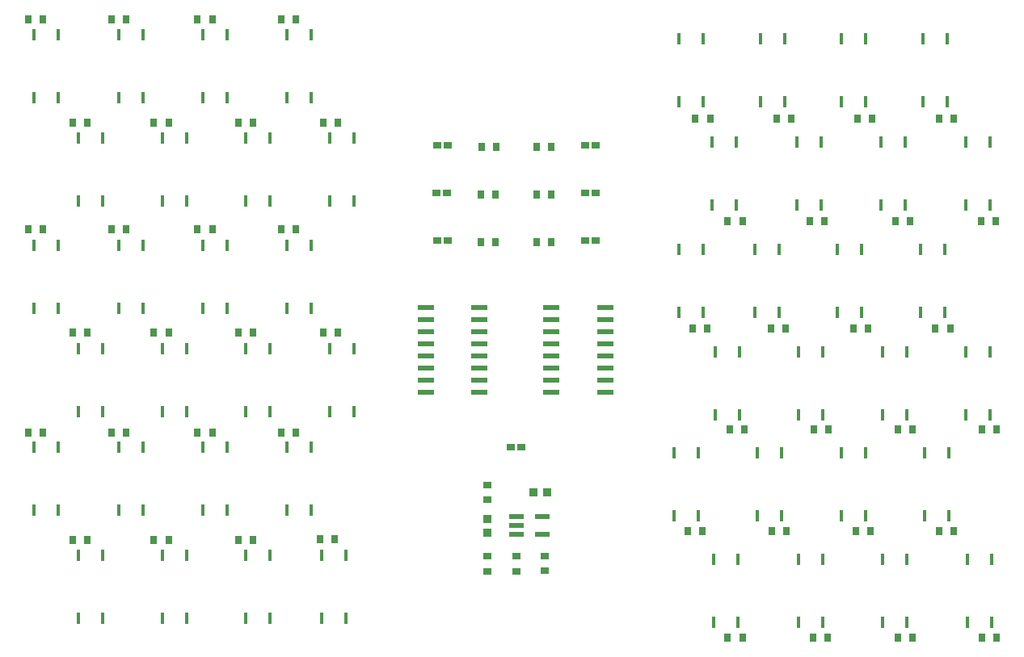
<source format=gbr>
%TF.GenerationSoftware,KiCad,Pcbnew,8.0.2*%
%TF.CreationDate,2024-05-17T15:28:22-04:00*%
%TF.ProjectId,QATCH_MUX_PCB_v1,51415443-485f-44d5-9558-5f5043425f76,rev?*%
%TF.SameCoordinates,Original*%
%TF.FileFunction,Paste,Top*%
%TF.FilePolarity,Positive*%
%FSLAX46Y46*%
G04 Gerber Fmt 4.6, Leading zero omitted, Abs format (unit mm)*
G04 Created by KiCad (PCBNEW 8.0.2) date 2024-05-17 15:28:22*
%MOMM*%
%LPD*%
G01*
G04 APERTURE LIST*
%ADD10R,0.812800X0.762000*%
%ADD11R,0.762000X0.812800*%
%ADD12R,0.457200X1.219200*%
%ADD13R,0.965200X0.762000*%
%ADD14R,0.914400X0.965200*%
%ADD15R,1.625600X0.508000*%
%ADD16R,1.663700X0.558800*%
%ADD17R,0.965200X0.914400*%
G04 APERTURE END LIST*
D10*
%TO.C,R3*%
X149500000Y-130500000D03*
X149500000Y-132049400D03*
%TD*%
%TO.C,R2*%
X155500000Y-130475300D03*
X155500000Y-132024700D03*
%TD*%
%TO.C,R1*%
X152526800Y-130500000D03*
X152526800Y-132049400D03*
%TD*%
D11*
%TO.C,R21*%
X129416700Y-74200000D03*
X127867300Y-74200000D03*
%TD*%
%TO.C,R37*%
X188250600Y-84543800D03*
X189800000Y-84543800D03*
%TD*%
%TO.C,R59*%
X201250600Y-139000000D03*
X202800000Y-139000000D03*
%TD*%
D12*
%TO.C,RY41*%
X180023100Y-98289300D03*
X177483100Y-98289300D03*
X177483100Y-104893300D03*
X180023100Y-104893300D03*
%TD*%
D11*
%TO.C,R20*%
X120646700Y-74200000D03*
X119097300Y-74200000D03*
%TD*%
D12*
%TO.C,RY12*%
X132927400Y-115270000D03*
X135467400Y-115270000D03*
X135467400Y-108666000D03*
X132927400Y-108666000D03*
%TD*%
D11*
%TO.C,R62*%
X150349400Y-92500000D03*
X148800000Y-92500000D03*
%TD*%
%TO.C,R32*%
X111642000Y-117490000D03*
X110092600Y-117490000D03*
%TD*%
D12*
%TO.C,RY33*%
X180603300Y-76209800D03*
X178063300Y-76209800D03*
X178063300Y-82813800D03*
X180603300Y-82813800D03*
%TD*%
%TO.C,RY5*%
X106672900Y-93239800D03*
X109212900Y-93239800D03*
X109212900Y-86635800D03*
X106672900Y-86635800D03*
%TD*%
D11*
%TO.C,R60*%
X183600000Y-139000000D03*
X185149400Y-139000000D03*
%TD*%
D13*
%TO.C,LED12*%
X145292200Y-97400000D03*
X144200000Y-97400000D03*
%TD*%
D11*
%TO.C,R24*%
X111642000Y-96200000D03*
X110092600Y-96200000D03*
%TD*%
D12*
%TO.C,RY16*%
X115424400Y-115270000D03*
X117964400Y-115270000D03*
X117964400Y-108666000D03*
X115424400Y-108666000D03*
%TD*%
%TO.C,RY27*%
X128515000Y-125657800D03*
X131055000Y-125657800D03*
X131055000Y-119053800D03*
X128515000Y-119053800D03*
%TD*%
%TO.C,RY50*%
X184595600Y-130783300D03*
X182055600Y-130783300D03*
X182055600Y-137387300D03*
X184595600Y-137387300D03*
%TD*%
D11*
%TO.C,R17*%
X107574600Y-85000000D03*
X106025200Y-85000000D03*
%TD*%
D12*
%TO.C,RY9*%
X124175900Y-93239800D03*
X126715900Y-93239800D03*
X126715900Y-86635800D03*
X124175900Y-86635800D03*
%TD*%
D11*
%TO.C,R45*%
X187800000Y-106591300D03*
X189349400Y-106591300D03*
%TD*%
D12*
%TO.C,RY7*%
X102003200Y-82400000D03*
X104543200Y-82400000D03*
X104543200Y-75796000D03*
X102003200Y-75796000D03*
%TD*%
D11*
%TO.C,R19*%
X102904900Y-74200000D03*
X101355500Y-74200000D03*
%TD*%
D12*
%TO.C,RY35*%
X175564000Y-87009800D03*
X173024000Y-87009800D03*
X173024000Y-93613800D03*
X175564000Y-93613800D03*
%TD*%
D11*
%TO.C,R30*%
X116077100Y-128730000D03*
X114527700Y-128730000D03*
%TD*%
%TO.C,R9*%
X150398800Y-87500000D03*
X148849400Y-87500000D03*
%TD*%
D12*
%TO.C,RY23*%
X102003200Y-125657800D03*
X104543200Y-125657800D03*
X104543200Y-119053800D03*
X102003200Y-119053800D03*
%TD*%
D11*
%TO.C,R54*%
X170450600Y-127800000D03*
X172000000Y-127800000D03*
%TD*%
D13*
%TO.C,LED8*%
X145292200Y-87400000D03*
X144200000Y-87400000D03*
%TD*%
D11*
%TO.C,R33*%
X107574600Y-128730000D03*
X106025200Y-128730000D03*
%TD*%
D12*
%TO.C,RY51*%
X175745800Y-130783300D03*
X173205800Y-130783300D03*
X173205800Y-137387300D03*
X175745800Y-137387300D03*
%TD*%
D11*
%TO.C,R14*%
X116077100Y-85000000D03*
X114527700Y-85000000D03*
%TD*%
D12*
%TO.C,RY31*%
X202113400Y-87009800D03*
X199573400Y-87009800D03*
X199573400Y-93613800D03*
X202113400Y-93613800D03*
%TD*%
D11*
%TO.C,R42*%
X179800000Y-84543800D03*
X181349400Y-84543800D03*
%TD*%
D12*
%TO.C,RY4*%
X132927400Y-93239800D03*
X135467400Y-93239800D03*
X135467400Y-86635800D03*
X132927400Y-86635800D03*
%TD*%
%TO.C,RY25*%
X124175900Y-137000000D03*
X126715900Y-137000000D03*
X126715900Y-130396000D03*
X124175900Y-130396000D03*
%TD*%
D13*
%TO.C,LED14*%
X151939700Y-119000000D03*
X153031900Y-119000000D03*
%TD*%
D11*
%TO.C,R40*%
X174650600Y-95343800D03*
X176200000Y-95343800D03*
%TD*%
%TO.C,R55*%
X192450600Y-139000000D03*
X194000000Y-139000000D03*
%TD*%
%TO.C,R48*%
X174850600Y-117200000D03*
X176400000Y-117200000D03*
%TD*%
D12*
%TO.C,RY14*%
X110840500Y-104468000D03*
X113380500Y-104468000D03*
X113380500Y-97864000D03*
X110840500Y-97864000D03*
%TD*%
D13*
%TO.C,LED10*%
X159707800Y-92400000D03*
X160800000Y-92400000D03*
%TD*%
D11*
%TO.C,R39*%
X192200000Y-95343800D03*
X193749400Y-95343800D03*
%TD*%
%TO.C,R58*%
X179250600Y-127800000D03*
X180800000Y-127800000D03*
%TD*%
D12*
%TO.C,RY29*%
X197670000Y-76209800D03*
X195130000Y-76209800D03*
X195130000Y-82813800D03*
X197670000Y-82813800D03*
%TD*%
%TO.C,RY49*%
X180329800Y-119585900D03*
X177789800Y-119585900D03*
X177789800Y-126189900D03*
X180329800Y-126189900D03*
%TD*%
D14*
%TO.C,C2*%
X149500000Y-128000000D03*
X149500000Y-126552200D03*
%TD*%
D13*
%TO.C,LED9*%
X159739700Y-87400000D03*
X160831900Y-87400000D03*
%TD*%
%TO.C,LED13*%
X159739700Y-97400000D03*
X160831900Y-97400000D03*
%TD*%
D12*
%TO.C,RY37*%
X197389400Y-98289300D03*
X194849400Y-98289300D03*
X194849400Y-104893300D03*
X197389400Y-104893300D03*
%TD*%
D11*
%TO.C,R56*%
X174650600Y-139000000D03*
X176200000Y-139000000D03*
%TD*%
%TO.C,R61*%
X154649400Y-87500000D03*
X156198800Y-87500000D03*
%TD*%
%TO.C,R50*%
X179200000Y-106591300D03*
X180749400Y-106591300D03*
%TD*%
%TO.C,R46*%
X170950600Y-106591300D03*
X172500000Y-106591300D03*
%TD*%
D12*
%TO.C,RY48*%
X189089600Y-119585900D03*
X186549600Y-119585900D03*
X186549600Y-126189900D03*
X189089600Y-126189900D03*
%TD*%
%TO.C,RY45*%
X197849400Y-119585900D03*
X195309400Y-119585900D03*
X195309400Y-126189900D03*
X197849400Y-126189900D03*
%TD*%
D11*
%TO.C,R38*%
X171250600Y-84543800D03*
X172800000Y-84543800D03*
%TD*%
D12*
%TO.C,RY8*%
X115424400Y-93239800D03*
X117964400Y-93239800D03*
X117964400Y-86635800D03*
X115424400Y-86635800D03*
%TD*%
D15*
%TO.C,U4*%
X152500000Y-126276099D03*
X152500000Y-127226100D03*
X152500000Y-128176101D03*
X155192400Y-128176101D03*
X155192400Y-126276099D03*
%TD*%
D12*
%TO.C,RY44*%
X171570000Y-119585900D03*
X169030000Y-119585900D03*
X169030000Y-126189900D03*
X171570000Y-126189900D03*
%TD*%
D11*
%TO.C,R35*%
X102904900Y-117490000D03*
X101355500Y-117490000D03*
%TD*%
D12*
%TO.C,RY32*%
X189136700Y-76209800D03*
X186596700Y-76209800D03*
X186596700Y-82813800D03*
X189136700Y-82813800D03*
%TD*%
D11*
%TO.C,R47*%
X192450600Y-117200000D03*
X194000000Y-117200000D03*
%TD*%
%TO.C,R28*%
X120646700Y-96200000D03*
X119097300Y-96200000D03*
%TD*%
%TO.C,R16*%
X111642000Y-74200000D03*
X110092600Y-74200000D03*
%TD*%
%TO.C,R25*%
X107574600Y-107000000D03*
X106025200Y-107000000D03*
%TD*%
%TO.C,R26*%
X124949400Y-107000000D03*
X123400000Y-107000000D03*
%TD*%
D10*
%TO.C,R66*%
X149500000Y-124549400D03*
X149500000Y-123000000D03*
%TD*%
D12*
%TO.C,RY20*%
X132098300Y-137000000D03*
X134638300Y-137000000D03*
X134638300Y-130396000D03*
X132098300Y-130396000D03*
%TD*%
D11*
%TO.C,R41*%
X196800000Y-84543800D03*
X198349400Y-84543800D03*
%TD*%
D13*
%TO.C,LED11*%
X145260300Y-92400000D03*
X144168100Y-92400000D03*
%TD*%
D11*
%TO.C,R57*%
X196800000Y-127800000D03*
X198349400Y-127800000D03*
%TD*%
%TO.C,R49*%
X196400000Y-106591300D03*
X197949400Y-106591300D03*
%TD*%
D12*
%TO.C,RY11*%
X128515000Y-82400000D03*
X131055000Y-82400000D03*
X131055000Y-75796000D03*
X128515000Y-75796000D03*
%TD*%
D11*
%TO.C,R64*%
X150349400Y-97500000D03*
X148800000Y-97500000D03*
%TD*%
D12*
%TO.C,RY19*%
X128515000Y-104468000D03*
X131055000Y-104468000D03*
X131055000Y-97864000D03*
X128515000Y-97864000D03*
%TD*%
D16*
%TO.C,U1*%
X156200050Y-104360000D03*
X156200050Y-105630000D03*
X156200050Y-106900000D03*
X156200050Y-108170000D03*
X156200050Y-109440000D03*
X156200050Y-110710000D03*
X156200050Y-111980000D03*
X156200050Y-113250000D03*
X161851550Y-113250000D03*
X161851550Y-111980000D03*
X161851550Y-110710000D03*
X161851550Y-109440000D03*
X161851550Y-108170000D03*
X161851550Y-106900000D03*
X161851550Y-105630000D03*
X161851550Y-104360000D03*
%TD*%
D11*
%TO.C,R36*%
X120646700Y-117490000D03*
X119097300Y-117490000D03*
%TD*%
%TO.C,R15*%
X133829100Y-85000000D03*
X132279700Y-85000000D03*
%TD*%
D12*
%TO.C,RY36*%
X172040000Y-98289300D03*
X169500000Y-98289300D03*
X169500000Y-104893300D03*
X172040000Y-104893300D03*
%TD*%
%TO.C,RY34*%
X184413800Y-87009800D03*
X181873800Y-87009800D03*
X181873800Y-93613800D03*
X184413800Y-93613800D03*
%TD*%
D11*
%TO.C,R22*%
X116077100Y-107000000D03*
X114527700Y-107000000D03*
%TD*%
D12*
%TO.C,RY15*%
X102003200Y-104468000D03*
X104543200Y-104468000D03*
X104543200Y-97864000D03*
X102003200Y-97864000D03*
%TD*%
D11*
%TO.C,R65*%
X154600000Y-97500000D03*
X156149400Y-97500000D03*
%TD*%
D12*
%TO.C,RY10*%
X119677700Y-82400000D03*
X122217700Y-82400000D03*
X122217700Y-75796000D03*
X119677700Y-75796000D03*
%TD*%
%TO.C,RY24*%
X115424400Y-137000000D03*
X117964400Y-137000000D03*
X117964400Y-130396000D03*
X115424400Y-130396000D03*
%TD*%
D11*
%TO.C,R43*%
X201200000Y-95343800D03*
X202749400Y-95343800D03*
%TD*%
D12*
%TO.C,RY18*%
X119677700Y-104468000D03*
X122217700Y-104468000D03*
X122217700Y-97864000D03*
X119677700Y-97864000D03*
%TD*%
D11*
%TO.C,R63*%
X154600000Y-92500000D03*
X156149400Y-92500000D03*
%TD*%
%TO.C,R31*%
X133474700Y-128700000D03*
X131925300Y-128700000D03*
%TD*%
D12*
%TO.C,RY39*%
X202143400Y-109043800D03*
X199603400Y-109043800D03*
X199603400Y-115647800D03*
X202143400Y-115647800D03*
%TD*%
%TO.C,RY46*%
X193445400Y-130783300D03*
X190905400Y-130783300D03*
X190905400Y-137387300D03*
X193445400Y-137387300D03*
%TD*%
%TO.C,RY17*%
X124175900Y-115270000D03*
X126715900Y-115270000D03*
X126715900Y-108666000D03*
X124175900Y-108666000D03*
%TD*%
D11*
%TO.C,R27*%
X102904900Y-96200000D03*
X101355500Y-96200000D03*
%TD*%
D12*
%TO.C,RY13*%
X106672900Y-115270000D03*
X109212900Y-115270000D03*
X109212900Y-108666000D03*
X106672900Y-108666000D03*
%TD*%
D11*
%TO.C,R44*%
X183250600Y-95343800D03*
X184800000Y-95343800D03*
%TD*%
D12*
%TO.C,RY22*%
X110840500Y-125657800D03*
X113380500Y-125657800D03*
X113380500Y-119053800D03*
X110840500Y-119053800D03*
%TD*%
D11*
%TO.C,R18*%
X124949400Y-85000000D03*
X123400000Y-85000000D03*
%TD*%
%TO.C,R29*%
X129416700Y-96200000D03*
X127867300Y-96200000D03*
%TD*%
D12*
%TO.C,RY42*%
X184623800Y-109043800D03*
X182083800Y-109043800D03*
X182083800Y-115647800D03*
X184623800Y-115647800D03*
%TD*%
%TO.C,RY6*%
X110840500Y-82400000D03*
X113380500Y-82400000D03*
X113380500Y-75796000D03*
X110840500Y-75796000D03*
%TD*%
%TO.C,RY43*%
X175864000Y-109043800D03*
X173324000Y-109043800D03*
X173324000Y-115647800D03*
X175864000Y-115647800D03*
%TD*%
D11*
%TO.C,R51*%
X201250600Y-117200000D03*
X202800000Y-117200000D03*
%TD*%
%TO.C,R53*%
X188050600Y-127800000D03*
X189600000Y-127800000D03*
%TD*%
D12*
%TO.C,RY26*%
X119677700Y-125657800D03*
X122217700Y-125657800D03*
X122217700Y-119053800D03*
X119677700Y-119053800D03*
%TD*%
%TO.C,RY28*%
X172070000Y-76209800D03*
X169530000Y-76209800D03*
X169530000Y-82813800D03*
X172070000Y-82813800D03*
%TD*%
%TO.C,RY38*%
X193383600Y-109043800D03*
X190843600Y-109043800D03*
X190843600Y-115647800D03*
X193383600Y-115647800D03*
%TD*%
D11*
%TO.C,R23*%
X133829100Y-107000000D03*
X132279700Y-107000000D03*
%TD*%
%TO.C,R52*%
X183650600Y-117200000D03*
X185200000Y-117200000D03*
%TD*%
%TO.C,R34*%
X124949400Y-128730000D03*
X123400000Y-128730000D03*
%TD*%
D12*
%TO.C,RY40*%
X188706300Y-98289300D03*
X186166300Y-98289300D03*
X186166300Y-104893300D03*
X188706300Y-104893300D03*
%TD*%
D17*
%TO.C,C3*%
X155723900Y-123776100D03*
X154276100Y-123776100D03*
%TD*%
D11*
%TO.C,R13*%
X129416700Y-117490000D03*
X127867300Y-117490000D03*
%TD*%
D16*
%TO.C,U3*%
X143000050Y-104360000D03*
X143000050Y-105630000D03*
X143000050Y-106900000D03*
X143000050Y-108170000D03*
X143000050Y-109440000D03*
X143000050Y-110710000D03*
X143000050Y-111980000D03*
X143000050Y-113250000D03*
X148651550Y-113250000D03*
X148651550Y-111980000D03*
X148651550Y-110710000D03*
X148651550Y-109440000D03*
X148651550Y-108170000D03*
X148651550Y-106900000D03*
X148651550Y-105630000D03*
X148651550Y-104360000D03*
%TD*%
D12*
%TO.C,RY21*%
X106672900Y-137000000D03*
X109212900Y-137000000D03*
X109212900Y-130396000D03*
X106672900Y-130396000D03*
%TD*%
%TO.C,RY47*%
X202295200Y-130783300D03*
X199755200Y-130783300D03*
X199755200Y-137387300D03*
X202295200Y-137387300D03*
%TD*%
%TO.C,RY30*%
X193263600Y-87009800D03*
X190723600Y-87009800D03*
X190723600Y-93613800D03*
X193263600Y-93613800D03*
%TD*%
M02*

</source>
